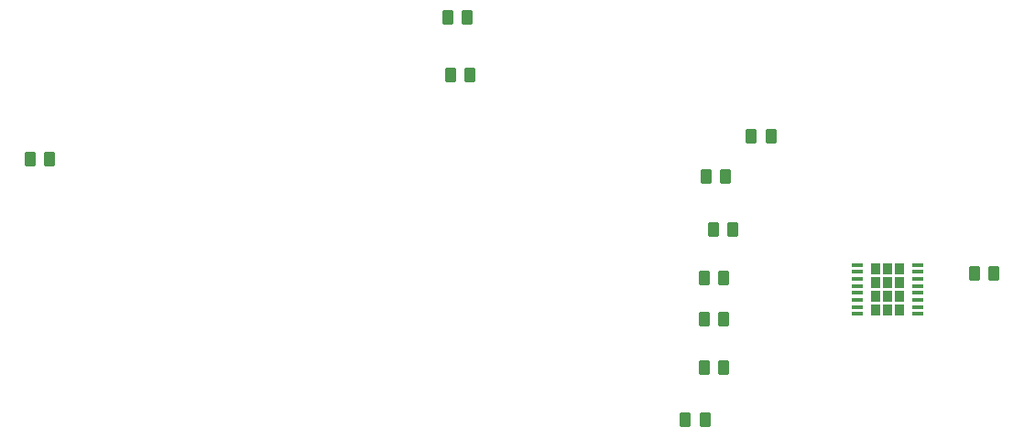
<source format=gbr>
%TF.GenerationSoftware,KiCad,Pcbnew,(7.0.0)*%
%TF.CreationDate,2023-05-31T00:06:15-06:00*%
%TF.ProjectId,Oximeter,4f78696d-6574-4657-922e-6b696361645f,rev?*%
%TF.SameCoordinates,Original*%
%TF.FileFunction,Paste,Top*%
%TF.FilePolarity,Positive*%
%FSLAX46Y46*%
G04 Gerber Fmt 4.6, Leading zero omitted, Abs format (unit mm)*
G04 Created by KiCad (PCBNEW (7.0.0)) date 2023-05-31 00:06:15*
%MOMM*%
%LPD*%
G01*
G04 APERTURE LIST*
G04 Aperture macros list*
%AMRoundRect*
0 Rectangle with rounded corners*
0 $1 Rounding radius*
0 $2 $3 $4 $5 $6 $7 $8 $9 X,Y pos of 4 corners*
0 Add a 4 corners polygon primitive as box body*
4,1,4,$2,$3,$4,$5,$6,$7,$8,$9,$2,$3,0*
0 Add four circle primitives for the rounded corners*
1,1,$1+$1,$2,$3*
1,1,$1+$1,$4,$5*
1,1,$1+$1,$6,$7*
1,1,$1+$1,$8,$9*
0 Add four rect primitives between the rounded corners*
20,1,$1+$1,$2,$3,$4,$5,0*
20,1,$1+$1,$4,$5,$6,$7,0*
20,1,$1+$1,$6,$7,$8,$9,0*
20,1,$1+$1,$8,$9,$2,$3,0*%
G04 Aperture macros list end*
%ADD10RoundRect,0.250000X-0.262500X-0.450000X0.262500X-0.450000X0.262500X0.450000X-0.262500X0.450000X0*%
%ADD11R,0.880000X1.050000*%
%ADD12R,1.050000X0.450000*%
%ADD13RoundRect,0.250000X0.262500X0.450000X-0.262500X0.450000X-0.262500X-0.450000X0.262500X-0.450000X0*%
G04 APERTURE END LIST*
D10*
%TO.C,R3*%
X238425000Y-89600000D03*
X240250000Y-89600000D03*
%TD*%
D11*
%TO.C,U2*%
X229266599Y-90474999D03*
X231533399Y-89224999D03*
X229266599Y-91724999D03*
X231533399Y-92974999D03*
X230399999Y-91724999D03*
X231533399Y-91724999D03*
X230399999Y-92974999D03*
X229266599Y-89224999D03*
X230399999Y-89224999D03*
X229266599Y-92974999D03*
X230399999Y-90474999D03*
X231533399Y-90474999D03*
D12*
X227624999Y-88824999D03*
X227624999Y-89474999D03*
X227624999Y-90124999D03*
X227624999Y-90774999D03*
X227624999Y-91424999D03*
X227624999Y-92074999D03*
X227624999Y-92724999D03*
X227624999Y-93374999D03*
X233174999Y-93374999D03*
X233174999Y-92724999D03*
X233174999Y-92074999D03*
X233174999Y-91424999D03*
X233174999Y-90774999D03*
X233174999Y-90124999D03*
X233174999Y-89474999D03*
X233174999Y-88824999D03*
%TD*%
D13*
%TO.C,R11*%
X152950000Y-79025000D03*
X151125000Y-79025000D03*
%TD*%
%TO.C,R10*%
X213525000Y-103200000D03*
X211700000Y-103200000D03*
%TD*%
%TO.C,R9*%
X215275000Y-98375000D03*
X213450000Y-98375000D03*
%TD*%
%TO.C,R8*%
X215250000Y-93900000D03*
X213425000Y-93900000D03*
%TD*%
%TO.C,R7*%
X215250000Y-90025000D03*
X213425000Y-90025000D03*
%TD*%
%TO.C,R6*%
X214275000Y-85600000D03*
X216100000Y-85600000D03*
%TD*%
%TO.C,R5*%
X213600000Y-80675000D03*
X215425000Y-80675000D03*
%TD*%
%TO.C,R4*%
X217825000Y-76925000D03*
X219650000Y-76925000D03*
%TD*%
D10*
%TO.C,R2*%
X189735000Y-65950000D03*
X191560000Y-65950000D03*
%TD*%
%TO.C,R1*%
X189985000Y-71250000D03*
X191810000Y-71250000D03*
%TD*%
M02*

</source>
